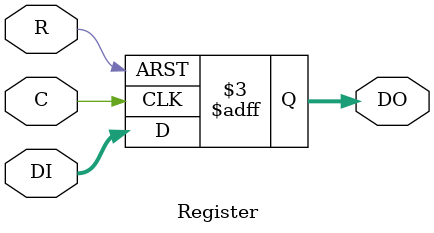
<source format=v>
module Register (DI,C,R, DO);
parameter n=9;
input [n-1:0] DI;
input C,R;
output [n-1:0] DO;
reg [n-1:0] DO;


always @(posedge C or posedge R)
begin
if (R==1)
	DO=0;
else DO=DI;
end
endmodule

</source>
